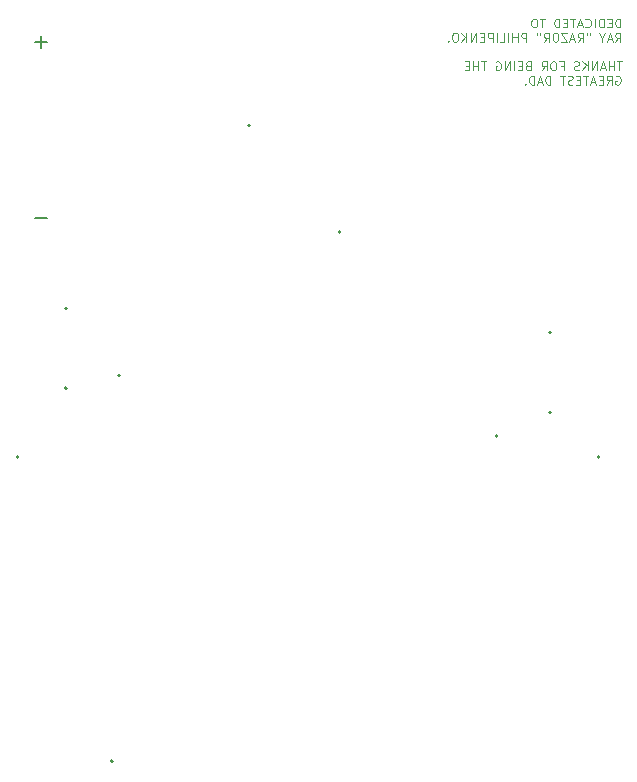
<source format=gbr>
%TF.GenerationSoftware,KiCad,Pcbnew,8.0.3-8.0.3-0~ubuntu22.04.1*%
%TF.CreationDate,2024-07-11T21:31:45-06:00*%
%TF.ProjectId,FCC_KiCAD,4643435f-4b69-4434-9144-2e6b69636164,rev?*%
%TF.SameCoordinates,Original*%
%TF.FileFunction,Legend,Bot*%
%TF.FilePolarity,Positive*%
%FSLAX46Y46*%
G04 Gerber Fmt 4.6, Leading zero omitted, Abs format (unit mm)*
G04 Created by KiCad (PCBNEW 8.0.3-8.0.3-0~ubuntu22.04.1) date 2024-07-11 21:31:45*
%MOMM*%
%LPD*%
G01*
G04 APERTURE LIST*
%ADD10C,0.100000*%
%ADD11C,0.176200*%
%ADD12C,0.152400*%
G04 APERTURE END LIST*
D10*
X176755639Y-63673182D02*
X176755639Y-62923182D01*
X176755639Y-62923182D02*
X176577068Y-62923182D01*
X176577068Y-62923182D02*
X176469925Y-62958896D01*
X176469925Y-62958896D02*
X176398496Y-63030325D01*
X176398496Y-63030325D02*
X176362782Y-63101753D01*
X176362782Y-63101753D02*
X176327068Y-63244610D01*
X176327068Y-63244610D02*
X176327068Y-63351753D01*
X176327068Y-63351753D02*
X176362782Y-63494610D01*
X176362782Y-63494610D02*
X176398496Y-63566039D01*
X176398496Y-63566039D02*
X176469925Y-63637468D01*
X176469925Y-63637468D02*
X176577068Y-63673182D01*
X176577068Y-63673182D02*
X176755639Y-63673182D01*
X176005639Y-63280325D02*
X175755639Y-63280325D01*
X175648496Y-63673182D02*
X176005639Y-63673182D01*
X176005639Y-63673182D02*
X176005639Y-62923182D01*
X176005639Y-62923182D02*
X175648496Y-62923182D01*
X175327068Y-63673182D02*
X175327068Y-62923182D01*
X175327068Y-62923182D02*
X175148497Y-62923182D01*
X175148497Y-62923182D02*
X175041354Y-62958896D01*
X175041354Y-62958896D02*
X174969925Y-63030325D01*
X174969925Y-63030325D02*
X174934211Y-63101753D01*
X174934211Y-63101753D02*
X174898497Y-63244610D01*
X174898497Y-63244610D02*
X174898497Y-63351753D01*
X174898497Y-63351753D02*
X174934211Y-63494610D01*
X174934211Y-63494610D02*
X174969925Y-63566039D01*
X174969925Y-63566039D02*
X175041354Y-63637468D01*
X175041354Y-63637468D02*
X175148497Y-63673182D01*
X175148497Y-63673182D02*
X175327068Y-63673182D01*
X174577068Y-63673182D02*
X174577068Y-62923182D01*
X173791354Y-63601753D02*
X173827068Y-63637468D01*
X173827068Y-63637468D02*
X173934211Y-63673182D01*
X173934211Y-63673182D02*
X174005639Y-63673182D01*
X174005639Y-63673182D02*
X174112782Y-63637468D01*
X174112782Y-63637468D02*
X174184211Y-63566039D01*
X174184211Y-63566039D02*
X174219925Y-63494610D01*
X174219925Y-63494610D02*
X174255639Y-63351753D01*
X174255639Y-63351753D02*
X174255639Y-63244610D01*
X174255639Y-63244610D02*
X174219925Y-63101753D01*
X174219925Y-63101753D02*
X174184211Y-63030325D01*
X174184211Y-63030325D02*
X174112782Y-62958896D01*
X174112782Y-62958896D02*
X174005639Y-62923182D01*
X174005639Y-62923182D02*
X173934211Y-62923182D01*
X173934211Y-62923182D02*
X173827068Y-62958896D01*
X173827068Y-62958896D02*
X173791354Y-62994610D01*
X173505639Y-63458896D02*
X173148497Y-63458896D01*
X173577068Y-63673182D02*
X173327068Y-62923182D01*
X173327068Y-62923182D02*
X173077068Y-63673182D01*
X172934211Y-62923182D02*
X172505640Y-62923182D01*
X172719925Y-63673182D02*
X172719925Y-62923182D01*
X172255639Y-63280325D02*
X172005639Y-63280325D01*
X171898496Y-63673182D02*
X172255639Y-63673182D01*
X172255639Y-63673182D02*
X172255639Y-62923182D01*
X172255639Y-62923182D02*
X171898496Y-62923182D01*
X171577068Y-63673182D02*
X171577068Y-62923182D01*
X171577068Y-62923182D02*
X171398497Y-62923182D01*
X171398497Y-62923182D02*
X171291354Y-62958896D01*
X171291354Y-62958896D02*
X171219925Y-63030325D01*
X171219925Y-63030325D02*
X171184211Y-63101753D01*
X171184211Y-63101753D02*
X171148497Y-63244610D01*
X171148497Y-63244610D02*
X171148497Y-63351753D01*
X171148497Y-63351753D02*
X171184211Y-63494610D01*
X171184211Y-63494610D02*
X171219925Y-63566039D01*
X171219925Y-63566039D02*
X171291354Y-63637468D01*
X171291354Y-63637468D02*
X171398497Y-63673182D01*
X171398497Y-63673182D02*
X171577068Y-63673182D01*
X170362782Y-62923182D02*
X169934211Y-62923182D01*
X170148496Y-63673182D02*
X170148496Y-62923182D01*
X169541353Y-62923182D02*
X169398496Y-62923182D01*
X169398496Y-62923182D02*
X169327067Y-62958896D01*
X169327067Y-62958896D02*
X169255639Y-63030325D01*
X169255639Y-63030325D02*
X169219924Y-63173182D01*
X169219924Y-63173182D02*
X169219924Y-63423182D01*
X169219924Y-63423182D02*
X169255639Y-63566039D01*
X169255639Y-63566039D02*
X169327067Y-63637468D01*
X169327067Y-63637468D02*
X169398496Y-63673182D01*
X169398496Y-63673182D02*
X169541353Y-63673182D01*
X169541353Y-63673182D02*
X169612782Y-63637468D01*
X169612782Y-63637468D02*
X169684210Y-63566039D01*
X169684210Y-63566039D02*
X169719924Y-63423182D01*
X169719924Y-63423182D02*
X169719924Y-63173182D01*
X169719924Y-63173182D02*
X169684210Y-63030325D01*
X169684210Y-63030325D02*
X169612782Y-62958896D01*
X169612782Y-62958896D02*
X169541353Y-62923182D01*
X176327068Y-64880640D02*
X176577068Y-64523497D01*
X176755639Y-64880640D02*
X176755639Y-64130640D01*
X176755639Y-64130640D02*
X176469925Y-64130640D01*
X176469925Y-64130640D02*
X176398496Y-64166354D01*
X176398496Y-64166354D02*
X176362782Y-64202068D01*
X176362782Y-64202068D02*
X176327068Y-64273497D01*
X176327068Y-64273497D02*
X176327068Y-64380640D01*
X176327068Y-64380640D02*
X176362782Y-64452068D01*
X176362782Y-64452068D02*
X176398496Y-64487783D01*
X176398496Y-64487783D02*
X176469925Y-64523497D01*
X176469925Y-64523497D02*
X176755639Y-64523497D01*
X176041353Y-64666354D02*
X175684211Y-64666354D01*
X176112782Y-64880640D02*
X175862782Y-64130640D01*
X175862782Y-64130640D02*
X175612782Y-64880640D01*
X175219925Y-64523497D02*
X175219925Y-64880640D01*
X175469925Y-64130640D02*
X175219925Y-64523497D01*
X175219925Y-64523497D02*
X174969925Y-64130640D01*
X174184210Y-64130640D02*
X174184210Y-64273497D01*
X173898496Y-64130640D02*
X173898496Y-64273497D01*
X173148496Y-64880640D02*
X173398496Y-64523497D01*
X173577067Y-64880640D02*
X173577067Y-64130640D01*
X173577067Y-64130640D02*
X173291353Y-64130640D01*
X173291353Y-64130640D02*
X173219924Y-64166354D01*
X173219924Y-64166354D02*
X173184210Y-64202068D01*
X173184210Y-64202068D02*
X173148496Y-64273497D01*
X173148496Y-64273497D02*
X173148496Y-64380640D01*
X173148496Y-64380640D02*
X173184210Y-64452068D01*
X173184210Y-64452068D02*
X173219924Y-64487783D01*
X173219924Y-64487783D02*
X173291353Y-64523497D01*
X173291353Y-64523497D02*
X173577067Y-64523497D01*
X172862781Y-64666354D02*
X172505639Y-64666354D01*
X172934210Y-64880640D02*
X172684210Y-64130640D01*
X172684210Y-64130640D02*
X172434210Y-64880640D01*
X172255639Y-64130640D02*
X171755639Y-64130640D01*
X171755639Y-64130640D02*
X172255639Y-64880640D01*
X172255639Y-64880640D02*
X171755639Y-64880640D01*
X171327067Y-64130640D02*
X171184210Y-64130640D01*
X171184210Y-64130640D02*
X171112781Y-64166354D01*
X171112781Y-64166354D02*
X171041353Y-64237783D01*
X171041353Y-64237783D02*
X171005638Y-64380640D01*
X171005638Y-64380640D02*
X171005638Y-64630640D01*
X171005638Y-64630640D02*
X171041353Y-64773497D01*
X171041353Y-64773497D02*
X171112781Y-64844926D01*
X171112781Y-64844926D02*
X171184210Y-64880640D01*
X171184210Y-64880640D02*
X171327067Y-64880640D01*
X171327067Y-64880640D02*
X171398496Y-64844926D01*
X171398496Y-64844926D02*
X171469924Y-64773497D01*
X171469924Y-64773497D02*
X171505638Y-64630640D01*
X171505638Y-64630640D02*
X171505638Y-64380640D01*
X171505638Y-64380640D02*
X171469924Y-64237783D01*
X171469924Y-64237783D02*
X171398496Y-64166354D01*
X171398496Y-64166354D02*
X171327067Y-64130640D01*
X170255639Y-64880640D02*
X170505639Y-64523497D01*
X170684210Y-64880640D02*
X170684210Y-64130640D01*
X170684210Y-64130640D02*
X170398496Y-64130640D01*
X170398496Y-64130640D02*
X170327067Y-64166354D01*
X170327067Y-64166354D02*
X170291353Y-64202068D01*
X170291353Y-64202068D02*
X170255639Y-64273497D01*
X170255639Y-64273497D02*
X170255639Y-64380640D01*
X170255639Y-64380640D02*
X170291353Y-64452068D01*
X170291353Y-64452068D02*
X170327067Y-64487783D01*
X170327067Y-64487783D02*
X170398496Y-64523497D01*
X170398496Y-64523497D02*
X170684210Y-64523497D01*
X169969924Y-64130640D02*
X169969924Y-64273497D01*
X169684210Y-64130640D02*
X169684210Y-64273497D01*
X168791352Y-64880640D02*
X168791352Y-64130640D01*
X168791352Y-64130640D02*
X168505638Y-64130640D01*
X168505638Y-64130640D02*
X168434209Y-64166354D01*
X168434209Y-64166354D02*
X168398495Y-64202068D01*
X168398495Y-64202068D02*
X168362781Y-64273497D01*
X168362781Y-64273497D02*
X168362781Y-64380640D01*
X168362781Y-64380640D02*
X168398495Y-64452068D01*
X168398495Y-64452068D02*
X168434209Y-64487783D01*
X168434209Y-64487783D02*
X168505638Y-64523497D01*
X168505638Y-64523497D02*
X168791352Y-64523497D01*
X168041352Y-64880640D02*
X168041352Y-64130640D01*
X168041352Y-64487783D02*
X167612781Y-64487783D01*
X167612781Y-64880640D02*
X167612781Y-64130640D01*
X167255638Y-64880640D02*
X167255638Y-64130640D01*
X166541352Y-64880640D02*
X166898495Y-64880640D01*
X166898495Y-64880640D02*
X166898495Y-64130640D01*
X166291352Y-64880640D02*
X166291352Y-64130640D01*
X165934209Y-64880640D02*
X165934209Y-64130640D01*
X165934209Y-64130640D02*
X165648495Y-64130640D01*
X165648495Y-64130640D02*
X165577066Y-64166354D01*
X165577066Y-64166354D02*
X165541352Y-64202068D01*
X165541352Y-64202068D02*
X165505638Y-64273497D01*
X165505638Y-64273497D02*
X165505638Y-64380640D01*
X165505638Y-64380640D02*
X165541352Y-64452068D01*
X165541352Y-64452068D02*
X165577066Y-64487783D01*
X165577066Y-64487783D02*
X165648495Y-64523497D01*
X165648495Y-64523497D02*
X165934209Y-64523497D01*
X165184209Y-64487783D02*
X164934209Y-64487783D01*
X164827066Y-64880640D02*
X165184209Y-64880640D01*
X165184209Y-64880640D02*
X165184209Y-64130640D01*
X165184209Y-64130640D02*
X164827066Y-64130640D01*
X164505638Y-64880640D02*
X164505638Y-64130640D01*
X164505638Y-64130640D02*
X164077067Y-64880640D01*
X164077067Y-64880640D02*
X164077067Y-64130640D01*
X163719924Y-64880640D02*
X163719924Y-64130640D01*
X163291353Y-64880640D02*
X163612781Y-64452068D01*
X163291353Y-64130640D02*
X163719924Y-64559211D01*
X162827067Y-64130640D02*
X162684210Y-64130640D01*
X162684210Y-64130640D02*
X162612781Y-64166354D01*
X162612781Y-64166354D02*
X162541353Y-64237783D01*
X162541353Y-64237783D02*
X162505638Y-64380640D01*
X162505638Y-64380640D02*
X162505638Y-64630640D01*
X162505638Y-64630640D02*
X162541353Y-64773497D01*
X162541353Y-64773497D02*
X162612781Y-64844926D01*
X162612781Y-64844926D02*
X162684210Y-64880640D01*
X162684210Y-64880640D02*
X162827067Y-64880640D01*
X162827067Y-64880640D02*
X162898496Y-64844926D01*
X162898496Y-64844926D02*
X162969924Y-64773497D01*
X162969924Y-64773497D02*
X163005638Y-64630640D01*
X163005638Y-64630640D02*
X163005638Y-64380640D01*
X163005638Y-64380640D02*
X162969924Y-64237783D01*
X162969924Y-64237783D02*
X162898496Y-64166354D01*
X162898496Y-64166354D02*
X162827067Y-64130640D01*
X162184210Y-64809211D02*
X162148496Y-64844926D01*
X162148496Y-64844926D02*
X162184210Y-64880640D01*
X162184210Y-64880640D02*
X162219924Y-64844926D01*
X162219924Y-64844926D02*
X162184210Y-64809211D01*
X162184210Y-64809211D02*
X162184210Y-64880640D01*
X176862782Y-66545556D02*
X176434211Y-66545556D01*
X176648496Y-67295556D02*
X176648496Y-66545556D01*
X176184210Y-67295556D02*
X176184210Y-66545556D01*
X176184210Y-66902699D02*
X175755639Y-66902699D01*
X175755639Y-67295556D02*
X175755639Y-66545556D01*
X175434210Y-67081270D02*
X175077068Y-67081270D01*
X175505639Y-67295556D02*
X175255639Y-66545556D01*
X175255639Y-66545556D02*
X175005639Y-67295556D01*
X174755639Y-67295556D02*
X174755639Y-66545556D01*
X174755639Y-66545556D02*
X174327068Y-67295556D01*
X174327068Y-67295556D02*
X174327068Y-66545556D01*
X173969925Y-67295556D02*
X173969925Y-66545556D01*
X173541354Y-67295556D02*
X173862782Y-66866984D01*
X173541354Y-66545556D02*
X173969925Y-66974127D01*
X173255639Y-67259842D02*
X173148497Y-67295556D01*
X173148497Y-67295556D02*
X172969925Y-67295556D01*
X172969925Y-67295556D02*
X172898497Y-67259842D01*
X172898497Y-67259842D02*
X172862782Y-67224127D01*
X172862782Y-67224127D02*
X172827068Y-67152699D01*
X172827068Y-67152699D02*
X172827068Y-67081270D01*
X172827068Y-67081270D02*
X172862782Y-67009842D01*
X172862782Y-67009842D02*
X172898497Y-66974127D01*
X172898497Y-66974127D02*
X172969925Y-66938413D01*
X172969925Y-66938413D02*
X173112782Y-66902699D01*
X173112782Y-66902699D02*
X173184211Y-66866984D01*
X173184211Y-66866984D02*
X173219925Y-66831270D01*
X173219925Y-66831270D02*
X173255639Y-66759842D01*
X173255639Y-66759842D02*
X173255639Y-66688413D01*
X173255639Y-66688413D02*
X173219925Y-66616984D01*
X173219925Y-66616984D02*
X173184211Y-66581270D01*
X173184211Y-66581270D02*
X173112782Y-66545556D01*
X173112782Y-66545556D02*
X172934211Y-66545556D01*
X172934211Y-66545556D02*
X172827068Y-66581270D01*
X171684210Y-66902699D02*
X171934210Y-66902699D01*
X171934210Y-67295556D02*
X171934210Y-66545556D01*
X171934210Y-66545556D02*
X171577067Y-66545556D01*
X171148496Y-66545556D02*
X171005639Y-66545556D01*
X171005639Y-66545556D02*
X170934210Y-66581270D01*
X170934210Y-66581270D02*
X170862782Y-66652699D01*
X170862782Y-66652699D02*
X170827067Y-66795556D01*
X170827067Y-66795556D02*
X170827067Y-67045556D01*
X170827067Y-67045556D02*
X170862782Y-67188413D01*
X170862782Y-67188413D02*
X170934210Y-67259842D01*
X170934210Y-67259842D02*
X171005639Y-67295556D01*
X171005639Y-67295556D02*
X171148496Y-67295556D01*
X171148496Y-67295556D02*
X171219925Y-67259842D01*
X171219925Y-67259842D02*
X171291353Y-67188413D01*
X171291353Y-67188413D02*
X171327067Y-67045556D01*
X171327067Y-67045556D02*
X171327067Y-66795556D01*
X171327067Y-66795556D02*
X171291353Y-66652699D01*
X171291353Y-66652699D02*
X171219925Y-66581270D01*
X171219925Y-66581270D02*
X171148496Y-66545556D01*
X170077068Y-67295556D02*
X170327068Y-66938413D01*
X170505639Y-67295556D02*
X170505639Y-66545556D01*
X170505639Y-66545556D02*
X170219925Y-66545556D01*
X170219925Y-66545556D02*
X170148496Y-66581270D01*
X170148496Y-66581270D02*
X170112782Y-66616984D01*
X170112782Y-66616984D02*
X170077068Y-66688413D01*
X170077068Y-66688413D02*
X170077068Y-66795556D01*
X170077068Y-66795556D02*
X170112782Y-66866984D01*
X170112782Y-66866984D02*
X170148496Y-66902699D01*
X170148496Y-66902699D02*
X170219925Y-66938413D01*
X170219925Y-66938413D02*
X170505639Y-66938413D01*
X168934210Y-66902699D02*
X168827067Y-66938413D01*
X168827067Y-66938413D02*
X168791353Y-66974127D01*
X168791353Y-66974127D02*
X168755639Y-67045556D01*
X168755639Y-67045556D02*
X168755639Y-67152699D01*
X168755639Y-67152699D02*
X168791353Y-67224127D01*
X168791353Y-67224127D02*
X168827067Y-67259842D01*
X168827067Y-67259842D02*
X168898496Y-67295556D01*
X168898496Y-67295556D02*
X169184210Y-67295556D01*
X169184210Y-67295556D02*
X169184210Y-66545556D01*
X169184210Y-66545556D02*
X168934210Y-66545556D01*
X168934210Y-66545556D02*
X168862782Y-66581270D01*
X168862782Y-66581270D02*
X168827067Y-66616984D01*
X168827067Y-66616984D02*
X168791353Y-66688413D01*
X168791353Y-66688413D02*
X168791353Y-66759842D01*
X168791353Y-66759842D02*
X168827067Y-66831270D01*
X168827067Y-66831270D02*
X168862782Y-66866984D01*
X168862782Y-66866984D02*
X168934210Y-66902699D01*
X168934210Y-66902699D02*
X169184210Y-66902699D01*
X168434210Y-66902699D02*
X168184210Y-66902699D01*
X168077067Y-67295556D02*
X168434210Y-67295556D01*
X168434210Y-67295556D02*
X168434210Y-66545556D01*
X168434210Y-66545556D02*
X168077067Y-66545556D01*
X167755639Y-67295556D02*
X167755639Y-66545556D01*
X167398496Y-67295556D02*
X167398496Y-66545556D01*
X167398496Y-66545556D02*
X166969925Y-67295556D01*
X166969925Y-67295556D02*
X166969925Y-66545556D01*
X166219925Y-66581270D02*
X166291354Y-66545556D01*
X166291354Y-66545556D02*
X166398496Y-66545556D01*
X166398496Y-66545556D02*
X166505639Y-66581270D01*
X166505639Y-66581270D02*
X166577068Y-66652699D01*
X166577068Y-66652699D02*
X166612782Y-66724127D01*
X166612782Y-66724127D02*
X166648496Y-66866984D01*
X166648496Y-66866984D02*
X166648496Y-66974127D01*
X166648496Y-66974127D02*
X166612782Y-67116984D01*
X166612782Y-67116984D02*
X166577068Y-67188413D01*
X166577068Y-67188413D02*
X166505639Y-67259842D01*
X166505639Y-67259842D02*
X166398496Y-67295556D01*
X166398496Y-67295556D02*
X166327068Y-67295556D01*
X166327068Y-67295556D02*
X166219925Y-67259842D01*
X166219925Y-67259842D02*
X166184211Y-67224127D01*
X166184211Y-67224127D02*
X166184211Y-66974127D01*
X166184211Y-66974127D02*
X166327068Y-66974127D01*
X165398496Y-66545556D02*
X164969925Y-66545556D01*
X165184210Y-67295556D02*
X165184210Y-66545556D01*
X164719924Y-67295556D02*
X164719924Y-66545556D01*
X164719924Y-66902699D02*
X164291353Y-66902699D01*
X164291353Y-67295556D02*
X164291353Y-66545556D01*
X163934210Y-66902699D02*
X163684210Y-66902699D01*
X163577067Y-67295556D02*
X163934210Y-67295556D01*
X163934210Y-67295556D02*
X163934210Y-66545556D01*
X163934210Y-66545556D02*
X163577067Y-66545556D01*
X176362782Y-67788728D02*
X176434211Y-67753014D01*
X176434211Y-67753014D02*
X176541353Y-67753014D01*
X176541353Y-67753014D02*
X176648496Y-67788728D01*
X176648496Y-67788728D02*
X176719925Y-67860157D01*
X176719925Y-67860157D02*
X176755639Y-67931585D01*
X176755639Y-67931585D02*
X176791353Y-68074442D01*
X176791353Y-68074442D02*
X176791353Y-68181585D01*
X176791353Y-68181585D02*
X176755639Y-68324442D01*
X176755639Y-68324442D02*
X176719925Y-68395871D01*
X176719925Y-68395871D02*
X176648496Y-68467300D01*
X176648496Y-68467300D02*
X176541353Y-68503014D01*
X176541353Y-68503014D02*
X176469925Y-68503014D01*
X176469925Y-68503014D02*
X176362782Y-68467300D01*
X176362782Y-68467300D02*
X176327068Y-68431585D01*
X176327068Y-68431585D02*
X176327068Y-68181585D01*
X176327068Y-68181585D02*
X176469925Y-68181585D01*
X175577068Y-68503014D02*
X175827068Y-68145871D01*
X176005639Y-68503014D02*
X176005639Y-67753014D01*
X176005639Y-67753014D02*
X175719925Y-67753014D01*
X175719925Y-67753014D02*
X175648496Y-67788728D01*
X175648496Y-67788728D02*
X175612782Y-67824442D01*
X175612782Y-67824442D02*
X175577068Y-67895871D01*
X175577068Y-67895871D02*
X175577068Y-68003014D01*
X175577068Y-68003014D02*
X175612782Y-68074442D01*
X175612782Y-68074442D02*
X175648496Y-68110157D01*
X175648496Y-68110157D02*
X175719925Y-68145871D01*
X175719925Y-68145871D02*
X176005639Y-68145871D01*
X175255639Y-68110157D02*
X175005639Y-68110157D01*
X174898496Y-68503014D02*
X175255639Y-68503014D01*
X175255639Y-68503014D02*
X175255639Y-67753014D01*
X175255639Y-67753014D02*
X174898496Y-67753014D01*
X174612782Y-68288728D02*
X174255640Y-68288728D01*
X174684211Y-68503014D02*
X174434211Y-67753014D01*
X174434211Y-67753014D02*
X174184211Y-68503014D01*
X174041354Y-67753014D02*
X173612783Y-67753014D01*
X173827068Y-68503014D02*
X173827068Y-67753014D01*
X173362782Y-68110157D02*
X173112782Y-68110157D01*
X173005639Y-68503014D02*
X173362782Y-68503014D01*
X173362782Y-68503014D02*
X173362782Y-67753014D01*
X173362782Y-67753014D02*
X173005639Y-67753014D01*
X172719925Y-68467300D02*
X172612783Y-68503014D01*
X172612783Y-68503014D02*
X172434211Y-68503014D01*
X172434211Y-68503014D02*
X172362783Y-68467300D01*
X172362783Y-68467300D02*
X172327068Y-68431585D01*
X172327068Y-68431585D02*
X172291354Y-68360157D01*
X172291354Y-68360157D02*
X172291354Y-68288728D01*
X172291354Y-68288728D02*
X172327068Y-68217300D01*
X172327068Y-68217300D02*
X172362783Y-68181585D01*
X172362783Y-68181585D02*
X172434211Y-68145871D01*
X172434211Y-68145871D02*
X172577068Y-68110157D01*
X172577068Y-68110157D02*
X172648497Y-68074442D01*
X172648497Y-68074442D02*
X172684211Y-68038728D01*
X172684211Y-68038728D02*
X172719925Y-67967300D01*
X172719925Y-67967300D02*
X172719925Y-67895871D01*
X172719925Y-67895871D02*
X172684211Y-67824442D01*
X172684211Y-67824442D02*
X172648497Y-67788728D01*
X172648497Y-67788728D02*
X172577068Y-67753014D01*
X172577068Y-67753014D02*
X172398497Y-67753014D01*
X172398497Y-67753014D02*
X172291354Y-67788728D01*
X172077068Y-67753014D02*
X171648497Y-67753014D01*
X171862782Y-68503014D02*
X171862782Y-67753014D01*
X170827067Y-68503014D02*
X170827067Y-67753014D01*
X170827067Y-67753014D02*
X170648496Y-67753014D01*
X170648496Y-67753014D02*
X170541353Y-67788728D01*
X170541353Y-67788728D02*
X170469924Y-67860157D01*
X170469924Y-67860157D02*
X170434210Y-67931585D01*
X170434210Y-67931585D02*
X170398496Y-68074442D01*
X170398496Y-68074442D02*
X170398496Y-68181585D01*
X170398496Y-68181585D02*
X170434210Y-68324442D01*
X170434210Y-68324442D02*
X170469924Y-68395871D01*
X170469924Y-68395871D02*
X170541353Y-68467300D01*
X170541353Y-68467300D02*
X170648496Y-68503014D01*
X170648496Y-68503014D02*
X170827067Y-68503014D01*
X170112781Y-68288728D02*
X169755639Y-68288728D01*
X170184210Y-68503014D02*
X169934210Y-67753014D01*
X169934210Y-67753014D02*
X169684210Y-68503014D01*
X169434210Y-68503014D02*
X169434210Y-67753014D01*
X169434210Y-67753014D02*
X169255639Y-67753014D01*
X169255639Y-67753014D02*
X169148496Y-67788728D01*
X169148496Y-67788728D02*
X169077067Y-67860157D01*
X169077067Y-67860157D02*
X169041353Y-67931585D01*
X169041353Y-67931585D02*
X169005639Y-68074442D01*
X169005639Y-68074442D02*
X169005639Y-68181585D01*
X169005639Y-68181585D02*
X169041353Y-68324442D01*
X169041353Y-68324442D02*
X169077067Y-68395871D01*
X169077067Y-68395871D02*
X169148496Y-68467300D01*
X169148496Y-68467300D02*
X169255639Y-68503014D01*
X169255639Y-68503014D02*
X169434210Y-68503014D01*
X168684210Y-68431585D02*
X168648496Y-68467300D01*
X168648496Y-68467300D02*
X168684210Y-68503014D01*
X168684210Y-68503014D02*
X168719924Y-68467300D01*
X168719924Y-68467300D02*
X168684210Y-68431585D01*
X168684210Y-68431585D02*
X168684210Y-68503014D01*
%TO.C,J4*%
D11*
X129898100Y-87450000D02*
G75*
G02*
X129721900Y-87450000I-88100J0D01*
G01*
X129721900Y-87450000D02*
G75*
G02*
X129898100Y-87450000I88100J0D01*
G01*
%TO.C,J5*%
X129898100Y-94200000D02*
G75*
G02*
X129721900Y-94200000I-88100J0D01*
G01*
X129721900Y-94200000D02*
G75*
G02*
X129898100Y-94200000I88100J0D01*
G01*
%TO.C,J6*%
X170873100Y-96250000D02*
G75*
G02*
X170696900Y-96250000I-88100J0D01*
G01*
X170696900Y-96250000D02*
G75*
G02*
X170873100Y-96250000I88100J0D01*
G01*
%TO.C,J7*%
X170873100Y-89500000D02*
G75*
G02*
X170696900Y-89500000I-88100J0D01*
G01*
X170696900Y-89500000D02*
G75*
G02*
X170873100Y-89500000I88100J0D01*
G01*
D12*
%TO.C,J8*%
X127175000Y-79800000D02*
X128175000Y-79800000D01*
X127675000Y-64400000D02*
X127675000Y-65400000D01*
X128175000Y-64900000D02*
X127175000Y-64900000D01*
%TO.C,J2*%
D11*
X134388100Y-93160000D02*
G75*
G02*
X134211900Y-93160000I-88100J0D01*
G01*
X134211900Y-93160000D02*
G75*
G02*
X134388100Y-93160000I88100J0D01*
G01*
%TO.C,C31*%
X145373100Y-71961800D02*
G75*
G02*
X145196900Y-71961800I-88100J0D01*
G01*
X145196900Y-71961800D02*
G75*
G02*
X145373100Y-71961800I88100J0D01*
G01*
%TO.C,J1*%
X133773100Y-125800000D02*
G75*
G02*
X133596900Y-125800000I-88100J0D01*
G01*
X133596900Y-125800000D02*
G75*
G02*
X133773100Y-125800000I88100J0D01*
G01*
%TO.C,C36*%
X153073100Y-81000000D02*
G75*
G02*
X152896900Y-81000000I-88100J0D01*
G01*
X152896900Y-81000000D02*
G75*
G02*
X153073100Y-81000000I88100J0D01*
G01*
%TO.C,J3*%
X166358100Y-98275000D02*
G75*
G02*
X166181900Y-98275000I-88100J0D01*
G01*
X166181900Y-98275000D02*
G75*
G02*
X166358100Y-98275000I88100J0D01*
G01*
%TO.C,J11*%
X125773100Y-100020000D02*
G75*
G02*
X125596900Y-100020000I-88100J0D01*
G01*
X125596900Y-100020000D02*
G75*
G02*
X125773100Y-100020000I88100J0D01*
G01*
%TO.C,J12*%
X174973100Y-100020000D02*
G75*
G02*
X174796900Y-100020000I-88100J0D01*
G01*
X174796900Y-100020000D02*
G75*
G02*
X174973100Y-100020000I88100J0D01*
G01*
%TD*%
M02*

</source>
